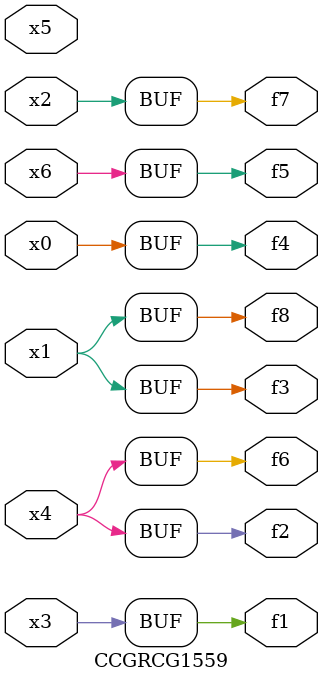
<source format=v>
module CCGRCG1559(
	input x0, x1, x2, x3, x4, x5, x6,
	output f1, f2, f3, f4, f5, f6, f7, f8
);
	assign f1 = x3;
	assign f2 = x4;
	assign f3 = x1;
	assign f4 = x0;
	assign f5 = x6;
	assign f6 = x4;
	assign f7 = x2;
	assign f8 = x1;
endmodule

</source>
